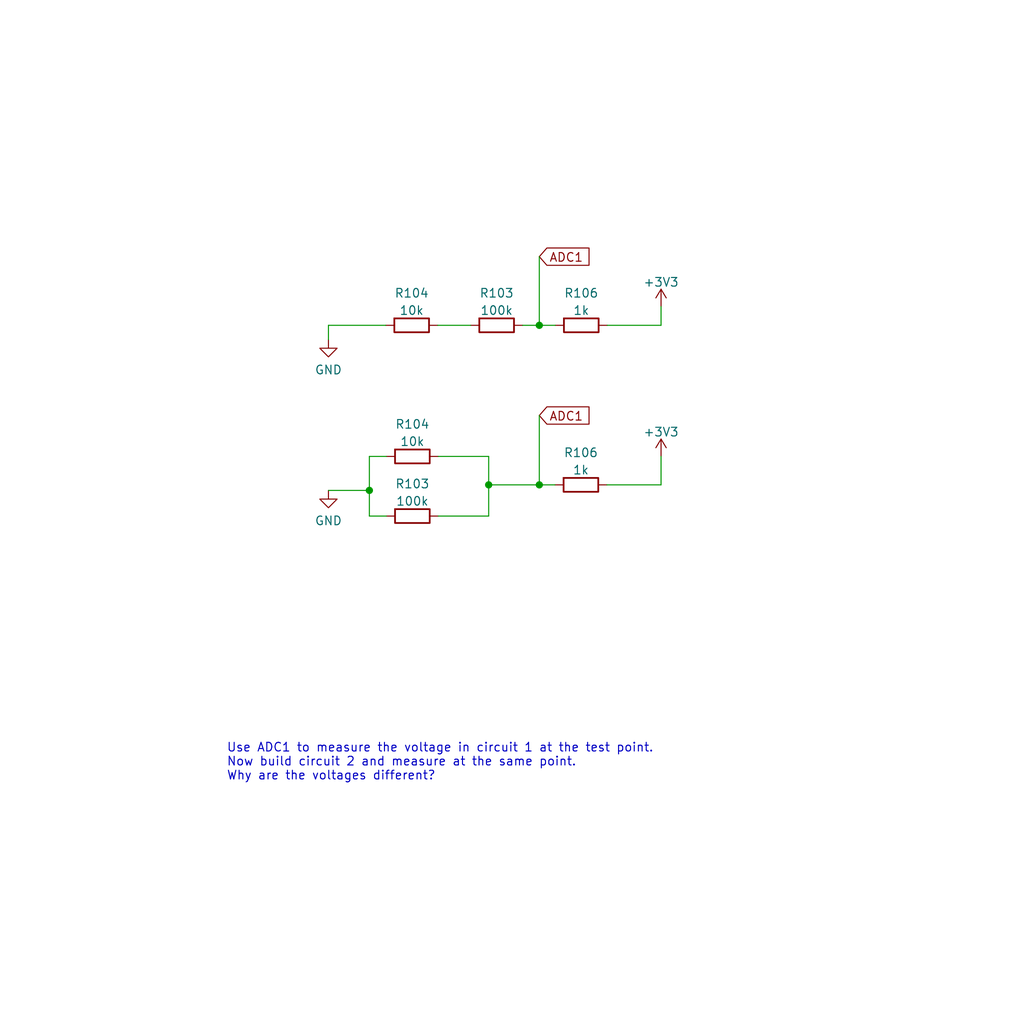
<source format=kicad_sch>
(kicad_sch (version 20211123) (generator eeschema)
  (paper "User" 150.012 150.012)
  (lib_symbols
    (symbol "Device:R" (pin_numbers hide) (pin_names (offset 0))
      (property "Reference" "R" (at 2.032 0 90))
      (property "Value" "R" (at 0 0 90))
      (symbol "R_0_1"
        (rectangle (start -1.016 -2.54) (end 1.016 2.54) (stroke (width 0.254)))
      )
      (symbol "R_1_1"
        (pin passive line (at 0 3.81 270) (length 1.27) (name "~") (number "1"))
        (pin passive line (at 0 -3.81 90) (length 1.27) (name "~") (number "2"))
      )
    )
    (symbol "power:+3V3" (power) (pin_names (offset 0))
      (property "Value" "+3V3" (at 0 3.556 0))
      (symbol "+3V3_0_1"
        (polyline (pts (xy -0.762 1.27) (xy 0 2.54)))
        (polyline (pts (xy 0 0) (xy 0 2.54)))
        (polyline (pts (xy 0 2.54) (xy 0.762 1.27)))
      )
      (symbol "+3V3_1_1"
        (pin power_in line (at 0 0 90) (length 0) hide (name "+3V3") (number "1"))
      )
    )
    (symbol "power:GND" (power) (pin_names (offset 0))
      (property "Value" "GND" (at 0 -3.81 0))
      (symbol "GND_0_1"
        (polyline (pts (xy 0 0) (xy 0 -1.27) (xy 1.27 -1.27) (xy 0 -2.54) (xy -1.27 -1.27) (xy 0 -1.27)))
      )
      (symbol "GND_1_1"
        (pin power_in line (at 0 0 270) (length 0) hide (name "GND") (number "1"))
      )
    )
  )
  (junction (at 78.994 71.0184))
  (junction (at 71.5772 71.0184))
  (junction (at 54.102 71.8312))
  (junction (at 78.994 47.6504))
  (wire (pts (xy 96.8248 71.0184) (xy 96.8248 66.8528)))
  (wire (pts (xy 81.28 71.0184) (xy 78.994 71.0184)))
  (wire (pts (xy 88.9 71.0184) (xy 96.8248 71.0184)))
  (wire (pts (xy 56.5912 75.5904) (xy 54.102 75.5904)))
  (wire (pts (xy 54.102 75.5904) (xy 54.102 71.8312)))
  (wire (pts (xy 64.1096 47.6504) (xy 68.9356 47.6504)))
  (wire (pts (xy 71.5772 75.5904) (xy 71.5772 71.0184)))
  (wire (pts (xy 78.994 47.6504) (xy 81.3308 47.6504)))
  (wire (pts (xy 56.5912 66.8528) (xy 54.102 66.8528)))
  (wire (pts (xy 54.102 66.8528) (xy 54.102 71.8312)))
  (wire (pts (xy 71.5772 71.0184) (xy 71.5772 66.8528)))
  (wire (pts (xy 64.2112 66.8528) (xy 71.5772 66.8528)))
  (wire (pts (xy 78.994 60.8584) (xy 78.994 71.0184)))
  (wire (pts (xy 78.994 71.0184) (xy 71.5772 71.0184)))
  (wire (pts (xy 54.102 71.8312) (xy 48.1076 71.8312)))
  (wire (pts (xy 48.1076 49.7332) (xy 48.1076 47.6504)))
  (wire (pts (xy 48.1076 47.6504) (xy 56.4896 47.6504)))
  (wire (pts (xy 64.2112 75.5904) (xy 71.5772 75.5904)))
  (wire (pts (xy 88.9508 47.6504) (xy 96.8248 47.6504)))
  (wire (pts (xy 78.994 37.592) (xy 78.994 47.6504)))
  (wire (pts (xy 96.8248 47.6504) (xy 96.8248 44.9072)))
  (wire (pts (xy 76.5556 47.6504) (xy 78.994 47.6504)))
  (text "Use ADC1 to measure the voltage in circuit 1 at the test point.\nNow build circuit 2 and measure at the same point.  \nWhy are the voltages different?" (at 33.1724 114.5032 0) (effects (font (size 1.27 1.27)) (justify left bottom)))
  (global_label "ADC1" (shape input) (at 78.994 60.8584 0) (property "Intersheet References" "${INTERSHEET_REFS}" (effects hide)))
  (global_label "ADC1" (shape input) (at 78.994 37.592 0) (property "Intersheet References" "${INTERSHEET_REFS}" (effects hide)))
  (symbol (lib_id "Device:R") (at 72.7456 47.6504 90) (unit 1)
    (property "Reference" "R103" (at 72.7456 42.9346 90))
    (property "Value" "100k" (at 72.7456 45.4715 90))
  )
  (symbol (lib_id "power:+3V3") (at 96.8248 66.8528 0) (unit 1)
    (property "Reference" "#PWR?" (effects hide))
    (property "Value" "+3V3" (at 96.8248 63.277 0))
  )
  (symbol (lib_id "power:GND") (at 48.1076 49.7332 0) (unit 1)
    (property "Reference" "#PWR?" (effects hide))
    (property "Value" "GND" (at 48.1076 54.1766 0))
  )
  (symbol (lib_id "Device:R") (at 60.2996 47.6504 90) (unit 1)
    (property "Reference" "R104" (at 60.2996 42.9346 90))
    (property "Value" "10k" (at 60.2996 45.4715 90))
  )
  (symbol (lib_id "Device:R") (at 85.09 71.0184 90) (unit 1)
    (property "Reference" "R106" (at 85.09 66.3026 90))
    (property "Value" "1k" (at 85.09 68.8395 90))
  )
  (symbol (lib_id "Device:R") (at 60.4012 66.8528 90) (unit 1)
    (property "Reference" "R104" (at 60.4012 62.137 90))
    (property "Value" "10k" (at 60.4012 64.6739 90))
  )
  (symbol (lib_id "power:+3V3") (at 96.8248 44.9072 0) (unit 1)
    (property "Reference" "#PWR?" (effects hide))
    (property "Value" "+3V3" (at 96.8248 41.3314 0))
  )
  (symbol (lib_id "Device:R") (at 60.4012 75.5904 90) (unit 1)
    (property "Reference" "R103" (at 60.4012 70.8746 90))
    (property "Value" "100k" (at 60.4012 73.4115 90))
  )
  (symbol (lib_id "Device:R") (at 85.1408 47.6504 90) (unit 1)
    (property "Reference" "R106" (at 85.1408 42.9346 90))
    (property "Value" "1k" (at 85.1408 45.4715 90))
  )
  (symbol (lib_id "power:GND") (at 48.1076 71.8312 0) (unit 1)
    (property "Reference" "#PWR?" (effects hide))
    (property "Value" "GND" (at 48.1076 76.2746 0))
  )
)
</source>
